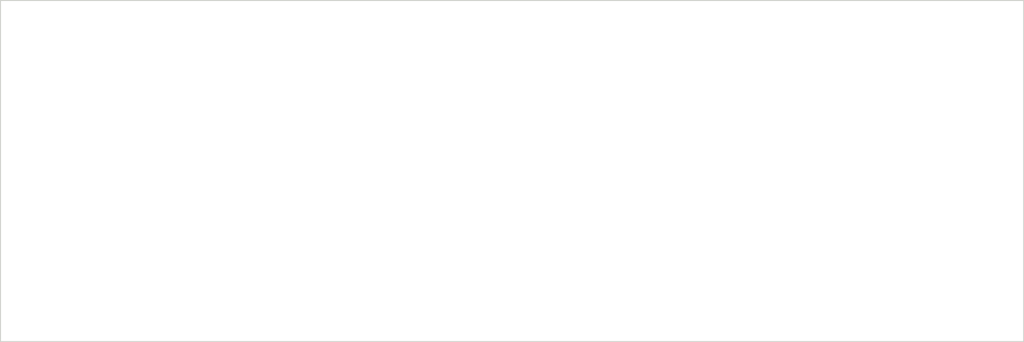
<source format=kicad_pcb>
(kicad_pcb (version 20171130) (host pcbnew "(5.0.1)-4")

  (general
    (thickness 1.6)
    (drawings 11)
    (tracks 0)
    (zones 0)
    (modules 0)
    (nets 1)
  )

  (page A4)
  (layers
    (0 F.Cu signal)
    (31 B.Cu signal)
    (32 B.Adhes user)
    (33 F.Adhes user)
    (34 B.Paste user)
    (35 F.Paste user)
    (36 B.SilkS user)
    (37 F.SilkS user)
    (38 B.Mask user)
    (39 F.Mask user)
    (40 Dwgs.User user)
    (41 Cmts.User user)
    (42 Eco1.User user)
    (43 Eco2.User user)
    (44 Edge.Cuts user)
    (45 Margin user)
    (46 B.CrtYd user)
    (47 F.CrtYd user)
    (48 B.Fab user)
    (49 F.Fab user)
  )

  (setup
    (last_trace_width 0.25)
    (trace_clearance 0.2)
    (zone_clearance 0.508)
    (zone_45_only no)
    (trace_min 0.2)
    (segment_width 0.2)
    (edge_width 0.15)
    (via_size 0.8)
    (via_drill 0.4)
    (via_min_size 0.4)
    (via_min_drill 0.3)
    (uvia_size 0.3)
    (uvia_drill 0.1)
    (uvias_allowed no)
    (uvia_min_size 0.2)
    (uvia_min_drill 0.1)
    (pcb_text_width 0.3)
    (pcb_text_size 1.5 1.5)
    (mod_edge_width 0.15)
    (mod_text_size 1 1)
    (mod_text_width 0.15)
    (pad_size 1.524 1.524)
    (pad_drill 0.762)
    (pad_to_mask_clearance 0.051)
    (solder_mask_min_width 0.25)
    (aux_axis_origin 0 0)
    (visible_elements FFFFFF7F)
    (pcbplotparams
      (layerselection 0x010fc_ffffffff)
      (usegerberextensions false)
      (usegerberattributes false)
      (usegerberadvancedattributes false)
      (creategerberjobfile false)
      (excludeedgelayer true)
      (linewidth 0.100000)
      (plotframeref false)
      (viasonmask false)
      (mode 1)
      (useauxorigin false)
      (hpglpennumber 1)
      (hpglpenspeed 20)
      (hpglpendiameter 15.000000)
      (psnegative false)
      (psa4output false)
      (plotreference true)
      (plotvalue true)
      (plotinvisibletext false)
      (padsonsilk false)
      (subtractmaskfromsilk false)
      (outputformat 1)
      (mirror false)
      (drillshape 1)
      (scaleselection 1)
      (outputdirectory ""))
  )

  (net 0 "")

  (net_class Default "This is the default net class."
    (clearance 0.2)
    (trace_width 0.25)
    (via_dia 0.8)
    (via_drill 0.4)
    (uvia_dia 0.3)
    (uvia_drill 0.1)
  )

  (gr_line (start 141.52 75.555) (end 157.05 75.555) (layer F.Fab) (width 0.15) (tstamp 5F86C9DE))
  (gr_line (start 203.75 75.555) (end 226.28 75.555) (layer F.Fab) (width 0.15) (tstamp 5F86CA25))
  (gr_line (start 100.88 75.555) (end 116.41 75.555) (layer F.Fab) (width 0.15) (tstamp 5F86CA1E))
  (gr_line (start 78.02 75.555) (end 100.55 75.555) (layer F.Fab) (width 0.15) (tstamp 5F86CA1D))
  (gr_line (start 185.97 75.565) (end 201.5 75.565) (layer F.Fab) (width 0.15) (tstamp 5F86CA15))
  (gr_line (start 118.66 75.555) (end 141.19 75.555) (layer F.Fab) (width 0.15) (tstamp 5F86C9DF))
  (gr_line (start 163.11 75.555) (end 185.64 75.555) (layer F.Fab) (width 0.15) (tstamp 5F86C9DD))
  (gr_line (start 76.2 120.65) (end 76.2 69.85) (layer Edge.Cuts) (width 0.15))
  (gr_line (start 228.6 120.65) (end 76.2 120.65) (layer Edge.Cuts) (width 0.15))
  (gr_line (start 228.6 69.85) (end 228.6 120.65) (layer Edge.Cuts) (width 0.15))
  (gr_line (start 76.2 69.85) (end 228.6 69.85) (layer Edge.Cuts) (width 0.15))

)

</source>
